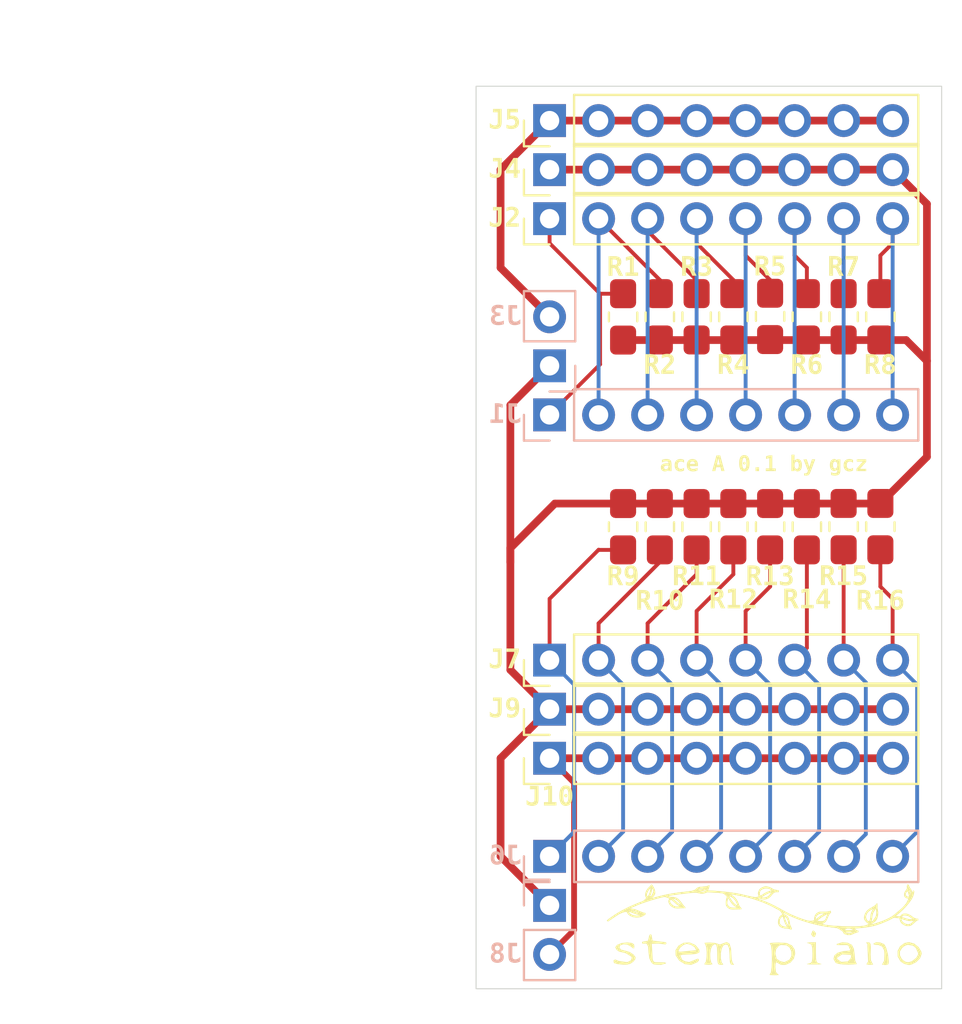
<source format=kicad_pcb>
(kicad_pcb (version 20240108) (generator "pcbnew") (generator_version "8.0")
  (layers (0 "F.Cu" signal) (31 "B.Cu" signal) (34 "B.Paste" user) (35 "F.Paste" user) (36 "B.SilkS" user "B.Silkscreen") (37 "F.SilkS" user "F.Silkscreen") (38 "B.Mask" user) (39 "F.Mask" user) (44 "Edge.Cuts" user))
  (net 0 "")
  (net 1 "Net-(J1-Pin_8)")
  (net 2 "Net-(J1-Pin_3)")
  (net 3 "Net-(J1-Pin_5)")
  (net 4 "Net-(J1-Pin_1)")
  (net 5 "Net-(J1-Pin_7)")
  (net 6 "Net-(J1-Pin_2)")
  (net 7 "Net-(J1-Pin_6)")
  (net 8 "Net-(J1-Pin_4)")
  (net 9 "Net-(J3-Pin_2)")
  (net 10 "Net-(J6-Pin_7)")
  (net 11 "Net-(J6-Pin_6)")
  (net 12 "Net-(J6-Pin_4)")
  (net 13 "Net-(J6-Pin_8)")
  (net 14 "Net-(J6-Pin_5)")
  (net 15 "Net-(J6-Pin_3)")
  (net 16 "Net-(J10-Pin_1)")
  (net 17 "Net-(J6-Pin_1)")
  (net 18 "Net-(J6-Pin_2)")
  (net 19 "GND")
  (footprint "stem_piano_footprints:R_0805_2012_1.20x1.40mm_medpad" (layer "F.Cu") (at 132.715 45.72 -90)
    (property "Reference" "R2" (at 2.54 0 180) (layer "F.SilkS") (effects (font (thickness 0.2) (bold yes))))
    (property "Value" "R" (hide yes))
    (pad "1" smd roundrect (at -1.2 0 270) (size 1.5 1.35) (layers "F.Cu" "F.Paste" "F.Mask") (roundrect_rratio 0.208) (net 6 "Net-(J1-Pin_2)"))
    (pad "2" smd roundrect (at 1.2 0 270) (size 1.5 1.35) (layers "F.Cu" "F.Paste" "F.Mask") (roundrect_rratio 0.208) (net 19 "GND"))
  )
  (footprint "stem_piano_footprints:R_0805_2012_1.20x1.40mm_medpad" (layer "F.Cu") (at 144.145 45.72 -90)
    (property "Reference" "R8" (at 2.54 0 180) (layer "F.SilkS") (effects (font (thickness 0.2) (bold yes))))
    (property "Value" "R" (hide yes))
    (pad "1" smd roundrect (at -1.2 0 270) (size 1.5 1.35) (layers "F.Cu" "F.Paste" "F.Mask") (roundrect_rratio 0.208) (net 1 "Net-(J1-Pin_8)"))
    (pad "2" smd roundrect (at 1.2 0 270) (size 1.5 1.35) (layers "F.Cu" "F.Paste" "F.Mask") (roundrect_rratio 0.208) (net 19 "GND"))
  )
  (footprint "stem_piano_footprints:R_0805_2012_1.20x1.40mm_medpad" (layer "F.Cu") (at 130.81 56.5912 90)
    (property "Reference" "R9" (at -2.61 0 0) (layer "F.SilkS") (effects (font (thickness 0.2) (bold yes))))
    (property "Value" "R" (hide yes))
    (pad "1" smd roundrect (at -1.2 0 90) (size 1.5 1.35) (layers "F.Cu" "F.Paste" "F.Mask") (roundrect_rratio 0.208) (net 17 "Net-(J6-Pin_1)"))
    (pad "2" smd roundrect (at 1.2 0 90) (size 1.5 1.35) (layers "F.Cu" "F.Paste" "F.Mask") (roundrect_rratio 0.208) (net 19 "GND"))
  )
  (footprint "stem_piano_footprints:R_0805_2012_1.20x1.40mm_medpad" (layer "F.Cu") (at 142.24 56.585 90)
    (property "Reference" "R15" (at -2.61 0 0) (layer "F.SilkS") (effects (font (thickness 0.2) (bold yes))))
    (property "Value" "R" (hide yes))
    (pad "1" smd roundrect (at -1.2 0 90) (size 1.5 1.35) (layers "F.Cu" "F.Paste" "F.Mask") (roundrect_rratio 0.208) (net 10 "Net-(J6-Pin_7)"))
    (pad "2" smd roundrect (at 1.2 0 90) (size 1.5 1.35) (layers "F.Cu" "F.Paste" "F.Mask") (roundrect_rratio 0.208) (net 19 "GND"))
  )
  (footprint "Connector_PinHeader_2.54mm:PinHeader_1x08_P2.54mm_Vertical" (layer "F.Cu") (at 127 66.04 90)
    (property "Reference" "J9" (at 0 -2.33 0) (layer "F.SilkS") (effects (font (thickness 0.2) (bold yes))))
    (property "Value" "Conn_01x08_Pin")
    (pad "1" thru_hole rect (at 0 0 90) (size 1.7 1.7) (drill 1) (layers "*.Cu" "*.Mask") (net 19 "GND"))
    (pad "2" thru_hole oval (at 0 2.54 90) (size 1.7 1.7) (drill 1) (layers "*.Cu" "*.Mask") (net 19 "GND"))
    (pad "3" thru_hole oval (at 0 5.08 90) (size 1.7 1.7) (drill 1) (layers "*.Cu" "*.Mask") (net 19 "GND"))
    (pad "4" thru_hole oval (at 0 7.62 90) (size 1.7 1.7) (drill 1) (layers "*.Cu" "*.Mask") (net 19 "GND"))
    (pad "5" thru_hole oval (at 0 10.16 90) (size 1.7 1.7) (drill 1) (layers "*.Cu" "*.Mask") (net 19 "GND"))
    (pad "6" thru_hole oval (at 0 12.7 90) (size 1.7 1.7) (drill 1) (layers "*.Cu" "*.Mask") (net 19 "GND"))
    (pad "7" thru_hole oval (at 0 15.24 90) (size 1.7 1.7) (drill 1) (layers "*.Cu" "*.Mask") (net 19 "GND"))
    (pad "8" thru_hole oval (at 0 17.78 90) (size 1.7 1.7) (drill 1) (layers "*.Cu" "*.Mask") (net 19 "GND"))
  )
  (footprint "stem_piano_footprints:R_0805_2012_1.20x1.40mm_medpad" (layer "F.Cu") (at 134.62 45.72 -90)
    (property "Reference" "R3" (at -2.54 0 180) (layer "F.SilkS") (effects (font (thickness 0.2) (bold yes))))
    (property "Value" "R" (hide yes))
    (pad "1" smd roundrect (at -1.2 0 270) (size 1.5 1.35) (layers "F.Cu" "F.Paste" "F.Mask") (roundrect_rratio 0.208) (net 2 "Net-(J1-Pin_3)"))
    (pad "2" smd roundrect (at 1.2 0 270) (size 1.5 1.35) (layers "F.Cu" "F.Paste" "F.Mask") (roundrect_rratio 0.208) (net 19 "GND"))
  )
  (footprint "stem_piano_footprints:R_0805_2012_1.20x1.40mm_medpad" (layer "F.Cu") (at 144.145 56.585 90)
    (property "Reference" "R16" (at -3.88 0 0) (layer "F.SilkS") (effects (font (thickness 0.2) (bold yes))))
    (property "Value" "R" (hide yes))
    (pad "1" smd roundrect (at -1.2 0 90) (size 1.5 1.35) (layers "F.Cu" "F.Paste" "F.Mask") (roundrect_rratio 0.208) (net 13 "Net-(J6-Pin_8)"))
    (pad "2" smd roundrect (at 1.2 0 90) (size 1.5 1.35) (layers "F.Cu" "F.Paste" "F.Mask") (roundrect_rratio 0.208) (net 19 "GND"))
  )
  (footprint "stem_piano_footprints:R_0805_2012_1.20x1.40mm_medpad" (layer "F.Cu") (at 142.24 45.72 -90)
    (property "Reference" "R7" (at -2.54 0 180) (layer "F.SilkS") (effects (font (thickness 0.2) (bold yes))))
    (property "Value" "R" (hide yes))
    (pad "1" smd roundrect (at -1.2 0 270) (size 1.5 1.35) (layers "F.Cu" "F.Paste" "F.Mask") (roundrect_rratio 0.208) (net 5 "Net-(J1-Pin_7)"))
    (pad "2" smd roundrect (at 1.2 0 270) (size 1.5 1.35) (layers "F.Cu" "F.Paste" "F.Mask") (roundrect_rratio 0.208) (net 19 "GND"))
  )
  (footprint "stem_piano_footprints:R_0805_2012_1.20x1.40mm_medpad" (layer "F.Cu") (at 132.715 56.5912 90)
    (property "Reference" "R10" (at -3.88 0 0) (layer "F.SilkS") (effects (font (thickness 0.2) (bold yes))))
    (property "Value" "R" (hide yes))
    (pad "1" smd roundrect (at -1.2 0 90) (size 1.5 1.35) (layers "F.Cu" "F.Paste" "F.Mask") (roundrect_rratio 0.208) (net 18 "Net-(J6-Pin_2)"))
    (pad "2" smd roundrect (at 1.2 0 90) (size 1.5 1.35) (layers "F.Cu" "F.Paste" "F.Mask") (roundrect_rratio 0.208) (net 19 "GND"))
  )
  (footprint "Connector_PinHeader_2.54mm:PinHeader_1x08_P2.54mm_Vertical" (layer "F.Cu") (at 127 68.58 90)
    (property "Reference" "J10" (at -2.032 0 0) (layer "F.SilkS") (effects (font (thickness 0.2) (bold yes))))
    (property "Value" "Conn_01x08_Pin")
    (pad "1" thru_hole rect (at 0 0 90) (size 1.7 1.7) (drill 1) (layers "*.Cu" "*.Mask") (net 16 "Net-(J10-Pin_1)"))
    (pad "2" thru_hole oval (at 0 2.54 90) (size 1.7 1.7) (drill 1) (layers "*.Cu" "*.Mask") (net 16 "Net-(J10-Pin_1)"))
    (pad "3" thru_hole oval (at 0 5.08 90) (size 1.7 1.7) (drill 1) (layers "*.Cu" "*.Mask") (net 16 "Net-(J10-Pin_1)"))
    (pad "4" thru_hole oval (at 0 7.62 90) (size 1.7 1.7) (drill 1) (layers "*.Cu" "*.Mask") (net 16 "Net-(J10-Pin_1)"))
    (pad "5" thru_hole oval (at 0 10.16 90) (size 1.7 1.7) (drill 1) (layers "*.Cu" "*.Mask") (net 16 "Net-(J10-Pin_1)"))
    (pad "6" thru_hole oval (at 0 12.7 90) (size 1.7 1.7) (drill 1) (layers "*.Cu" "*.Mask") (net 16 "Net-(J10-Pin_1)"))
    (pad "7" thru_hole oval (at 0 15.24 90) (size 1.7 1.7) (drill 1) (layers "*.Cu" "*.Mask") (net 16 "Net-(J10-Pin_1)"))
    (pad "8" thru_hole oval (at 0 17.78 90) (size 1.7 1.7) (drill 1) (layers "*.Cu" "*.Mask") (net 16 "Net-(J10-Pin_1)"))
  )
  (footprint "Connector_PinHeader_2.54mm:PinHeader_1x08_P2.54mm_Vertical" (layer "F.Cu") (at 127 40.64 90)
    (property "Reference" "J2" (at 0 -2.33 0) (layer "F.SilkS") (effects (font (thickness 0.2) (bold yes))))
    (property "Value" "Conn_01x08_Pin")
    (pad "1" thru_hole rect (at 0 0 90) (size 1.7 1.7) (drill 1) (layers "*.Cu" "*.Mask") (net 4 "Net-(J1-Pin_1)"))
    (pad "2" thru_hole oval (at 0 2.54 90) (size 1.7 1.7) (drill 1) (layers "*.Cu" "*.Mask") (net 6 "Net-(J1-Pin_2)"))
    (pad "3" thru_hole oval (at 0 5.08 90) (size 1.7 1.7) (drill 1) (layers "*.Cu" "*.Mask") (net 2 "Net-(J1-Pin_3)"))
    (pad "4" thru_hole oval (at 0 7.62 90) (size 1.7 1.7) (drill 1) (layers "*.Cu" "*.Mask") (net 8 "Net-(J1-Pin_4)"))
    (pad "5" thru_hole oval (at 0 10.16 90) (size 1.7 1.7) (drill 1) (layers "*.Cu" "*.Mask") (net 3 "Net-(J1-Pin_5)"))
    (pad "6" thru_hole oval (at 0 12.7 90) (size 1.7 1.7) (drill 1) (layers "*.Cu" "*.Mask") (net 7 "Net-(J1-Pin_6)"))
    (pad "7" thru_hole oval (at 0 15.24 90) (size 1.7 1.7) (drill 1) (layers "*.Cu" "*.Mask") (net 5 "Net-(J1-Pin_7)"))
    (pad "8" thru_hole oval (at 0 17.78 90) (size 1.7 1.7) (drill 1) (layers "*.Cu" "*.Mask") (net 1 "Net-(J1-Pin_8)"))
  )
  (footprint "stem_piano_footprints:stem_branch_07_inch" (layer "F.Cu") (at 137.922 76.454)
    (property "Reference" "G***" (hide yes))
    (property "Value" "LOGO" (hide yes))
  )
  (footprint "stem_piano_footprints:R_0805_2012_1.20x1.40mm_medpad" (layer "F.Cu") (at 134.62 56.5912 90)
    (property "Reference" "R11" (at -2.61 0 0) (layer "F.SilkS") (effects (font (thickness 0.2) (bold yes))))
    (property "Value" "R" (hide yes))
    (pad "1" smd roundrect (at -1.2 0 90) (size 1.5 1.35) (layers "F.Cu" "F.Paste" "F.Mask") (roundrect_rratio 0.208) (net 15 "Net-(J6-Pin_3)"))
    (pad "2" smd roundrect (at 1.2 0 90) (size 1.5 1.35) (layers "F.Cu" "F.Paste" "F.Mask") (roundrect_rratio 0.208) (net 19 "GND"))
  )
  (footprint "stem_piano_footprints:stem_name_07_inch" (layer "F.Cu") (at 138.43 78.74)
    (property "Reference" "G***" (hide yes))
    (property "Value" "LOGO" (hide yes))
  )
  (footprint "stem_piano_footprints:R_0805_2012_1.20x1.40mm_medpad" (layer "F.Cu") (at 130.81 45.7262 -90)
    (property "Reference" "R1" (at -2.54 0 180) (layer "F.SilkS") (effects (font (thickness 0.2) (bold yes))))
    (property "Value" "R" (hide yes))
    (pad "1" smd roundrect (at -1.2 0 270) (size 1.5 1.35) (layers "F.Cu" "F.Paste" "F.Mask") (roundrect_rratio 0.208) (net 4 "Net-(J1-Pin_1)"))
    (pad "2" smd roundrect (at 1.2 0 270) (size 1.5 1.35) (layers "F.Cu" "F.Paste" "F.Mask") (roundrect_rratio 0.208) (net 19 "GND"))
  )
  (footprint "Connector_PinHeader_2.54mm:PinHeader_1x08_P2.54mm_Vertical" (layer "F.Cu") (at 127 63.5 90)
    (property "Reference" "J7" (at 0 -2.33 0) (layer "F.SilkS") (effects (font (thickness 0.2) (bold yes))))
    (property "Value" "Conn_01x08_Pin")
    (pad "1" thru_hole rect (at 0 0 90) (size 1.7 1.7) (drill 1) (layers "*.Cu" "*.Mask") (net 17 "Net-(J6-Pin_1)"))
    (pad "2" thru_hole oval (at 0 2.54 90) (size 1.7 1.7) (drill 1) (layers "*.Cu" "*.Mask") (net 18 "Net-(J6-Pin_2)"))
    (pad "3" thru_hole oval (at 0 5.08 90) (size 1.7 1.7) (drill 1) (layers "*.Cu" "*.Mask") (net 15 "Net-(J6-Pin_3)"))
    (pad "4" thru_hole oval (at 0 7.62 90) (size 1.7 1.7) (drill 1) (layers "*.Cu" "*.Mask") (net 12 "Net-(J6-Pin_4)"))
    (pad "5" thru_hole oval (at 0 10.16 90) (size 1.7 1.7) (drill 1) (layers "*.Cu" "*.Mask") (net 14 "Net-(J6-Pin_5)"))
    (pad "6" thru_hole oval (at 0 12.7 90) (size 1.7 1.7) (drill 1) (layers "*.Cu" "*.Mask") (net 11 "Net-(J6-Pin_6)"))
    (pad "7" thru_hole oval (at 0 15.24 90) (size 1.7 1.7) (drill 1) (layers "*.Cu" "*.Mask") (net 10 "Net-(J6-Pin_7)"))
    (pad "8" thru_hole oval (at 0 17.78 90) (size 1.7 1.7) (drill 1) (layers "*.Cu" "*.Mask") (net 13 "Net-(J6-Pin_8)"))
  )
  (footprint "stem_piano_footprints:R_0805_2012_1.20x1.40mm_medpad" (layer "F.Cu") (at 136.525 45.72 -90)
    (property "Reference" "R4" (at 2.54 0 180) (layer "F.SilkS") (effects (font (thickness 0.2) (bold yes))))
    (property "Value" "R" (hide yes))
    (pad "1" smd roundrect (at -1.2 0 270) (size 1.5 1.35) (layers "F.Cu" "F.Paste" "F.Mask") (roundrect_rratio 0.208) (net 8 "Net-(J1-Pin_4)"))
    (pad "2" smd roundrect (at 1.2 0 270) (size 1.5 1.35) (layers "F.Cu" "F.Paste" "F.Mask") (roundrect_rratio 0.208) (net 19 "GND"))
  )
  (footprint "Connector_PinHeader_2.54mm:PinHeader_1x08_P2.54mm_Vertical" (layer "F.Cu") (at 127 35.56 90)
    (property "Reference" "J5" (at 0 -2.33 0) (layer "F.SilkS") (effects (font (thickness 0.2) (bold yes))))
    (property "Value" "Conn_01x08_Pin")
    (pad "1" thru_hole rect (at 0 0 90) (size 1.7 1.7) (drill 1) (layers "*.Cu" "*.Mask") (net 9 "Net-(J3-Pin_2)"))
    (pad "2" thru_hole oval (at 0 2.54 90) (size 1.7 1.7) (drill 1) (layers "*.Cu" "*.Mask") (net 9 "Net-(J3-Pin_2)"))
    (pad "3" thru_hole oval (at 0 5.08 90) (size 1.7 1.7) (drill 1) (layers "*.Cu" "*.Mask") (net 9 "Net-(J3-Pin_2)"))
    (pad "4" thru_hole oval (at 0 7.62 90) (size 1.7 1.7) (drill 1) (layers "*.Cu" "*.Mask") (net 9 "Net-(J3-Pin_2)"))
    (pad "5" thru_hole oval (at 0 10.16 90) (size 1.7 1.7) (drill 1) (layers "*.Cu" "*.Mask") (net 9 "Net-(J3-Pin_2)"))
    (pad "6" thru_hole oval (at 0 12.7 90) (size 1.7 1.7) (drill 1) (layers "*.Cu" "*.Mask") (net 9 "Net-(J3-Pin_2)"))
    (pad "7" thru_hole oval (at 0 15.24 90) (size 1.7 1.7) (drill 1) (layers "*.Cu" "*.Mask") (net 9 "Net-(J3-Pin_2)"))
    (pad "8" thru_hole oval (at 0 17.78 90) (size 1.7 1.7) (drill 1) (layers "*.Cu" "*.Mask") (net 9 "Net-(J3-Pin_2)"))
  )
  (footprint "stem_piano_footprints:R_0805_2012_1.20x1.40mm_medpad" (layer "F.Cu") (at 138.43 45.7008 -90)
    (property "Reference" "R5" (at -2.54 0 180) (layer "F.SilkS") (effects (font (thickness 0.2) (bold yes))))
    (property "Value" "R" (hide yes))
    (pad "1" smd roundrect (at -1.2 0 270) (size 1.5 1.35) (layers "F.Cu" "F.Paste" "F.Mask") (roundrect_rratio 0.208) (net 3 "Net-(J1-Pin_5)"))
    (pad "2" smd roundrect (at 1.2 0 270) (size 1.5 1.35) (layers "F.Cu" "F.Paste" "F.Mask") (roundrect_rratio 0.208) (net 19 "GND"))
  )
  (footprint "Connector_PinHeader_2.54mm:PinHeader_1x08_P2.54mm_Vertical" (layer "F.Cu") (at 127 38.1 90)
    (property "Reference" "J4" (at 0 -2.33 0) (layer "F.SilkS") (effects (font (thickness 0.2) (bold yes))))
    (property "Value" "Conn_01x08_Pin")
    (pad "1" thru_hole rect (at 0 0 90) (size 1.7 1.7) (drill 1) (layers "*.Cu" "*.Mask") (net 19 "GND"))
    (pad "2" thru_hole oval (at 0 2.54 90) (size 1.7 1.7) (drill 1) (layers "*.Cu" "*.Mask") (net 19 "GND"))
    (pad "3" thru_hole oval (at 0 5.08 90) (size 1.7 1.7) (drill 1) (layers "*.Cu" "*.Mask") (net 19 "GND"))
    (pad "4" thru_hole oval (at 0 7.62 90) (size 1.7 1.7) (drill 1) (layers "*.Cu" "*.Mask") (net 19 "GND"))
    (pad "5" thru_hole oval (at 0 10.16 90) (size 1.7 1.7) (drill 1) (layers "*.Cu" "*.Mask") (net 19 "GND"))
    (pad "6" thru_hole oval (at 0 12.7 90) (size 1.7 1.7) (drill 1) (layers "*.Cu" "*.Mask") (net 19 "GND"))
    (pad "7" thru_hole oval (at 0 15.24 90) (size 1.7 1.7) (drill 1) (layers "*.Cu" "*.Mask") (net 19 "GND"))
    (pad "8" thru_hole oval (at 0 17.78 90) (size 1.7 1.7) (drill 1) (layers "*.Cu" "*.Mask") (net 19 "GND"))
  )
  (footprint "stem_piano_footprints:R_0805_2012_1.20x1.40mm_medpad" (layer "F.Cu") (at 136.525 56.5912 90)
    (property "Reference" "R12" (at -3.81 0 0) (layer "F.SilkS") (effects (font (thickness 0.2) (bold yes))))
    (property "Value" "R" (hide yes))
    (pad "1" smd roundrect (at -1.2 0 90) (size 1.5 1.35) (layers "F.Cu" "F.Paste" "F.Mask") (roundrect_rratio 0.208) (net 12 "Net-(J6-Pin_4)"))
    (pad "2" smd roundrect (at 1.2 0 90) (size 1.5 1.35) (layers "F.Cu" "F.Paste" "F.Mask") (roundrect_rratio 0.208) (net 19 "GND"))
  )
  (footprint "stem_piano_footprints:R_0805_2012_1.20x1.40mm_medpad" (layer "F.Cu") (at 140.335 56.5912 90)
    (property "Reference" "R14" (at -3.81 0 0) (layer "F.SilkS") (effects (font (thickness 0.2) (bold yes))))
    (property "Value" "R" (hide yes))
    (pad "1" smd roundrect (at -1.2 0 90) (size 1.5 1.35) (layers "F.Cu" "F.Paste" "F.Mask") (roundrect_rratio 0.208) (net 11 "Net-(J6-Pin_6)"))
    (pad "2" smd roundrect (at 1.2 0 90) (size 1.5 1.35) (layers "F.Cu" "F.Paste" "F.Mask") (roundrect_rratio 0.208) (net 19 "GND"))
  )
  (footprint "stem_piano_footprints:R_0805_2012_1.20x1.40mm_medpad" (layer "F.Cu") (at 140.335 45.72 -90)
    (property "Reference" "R6" (at 2.54 0 180) (layer "F.SilkS") (effects (font (thickness 0.2) (bold yes))))
    (property "Value" "R" (hide yes))
    (pad "1" smd roundrect (at -1.2 0 270) (size 1.5 1.35) (layers "F.Cu" "F.Paste" "F.Mask") (roundrect_rratio 0.208) (net 7 "Net-(J1-Pin_6)"))
    (pad "2" smd roundrect (at 1.2 0 270) (size 1.5 1.35) (layers "F.Cu" "F.Paste" "F.Mask") (roundrect_rratio 0.208) (net 19 "GND"))
  )
  (footprint "stem_piano_footprints:R_0805_2012_1.20x1.40mm_medpad" (layer "F.Cu") (at 138.43 56.5912 90)
    (property "Reference" "R13" (at -2.61 0 0) (layer "F.SilkS") (effects (font (thickness 0.2) (bold yes))))
    (property "Value" "R" (hide yes))
    (pad "1" smd roundrect (at -1.2 0 90) (size 1.5 1.35) (layers "F.Cu" "F.Paste" "F.Mask") (roundrect_rratio 0.208) (net 14 "Net-(J6-Pin_5)"))
    (pad "2" smd roundrect (at 1.2 0 90) (size 1.5 1.35) (layers "F.Cu" "F.Paste" "F.Mask") (roundrect_rratio 0.208) (net 19 "GND"))
  )
  (footprint "Connector_PinSocket_2.54mm:PinSocket_1x08_P2.54mm_Vertical" (layer "B.Cu") (at 127 73.66 -90)
    (property "Reference" "J6" (at 0 2.286 360) (layer "B.SilkS") (effects (font (thickness 0.2) (bold yes)) (justify mirror)))
    (property "Value" "Conn_01x08_Socket")
    (pad "1" thru_hole rect (at 0 0 270) (size 1.7 1.7) (drill 1) (layers "*.Cu" "*.Mask") (net 17 "Net-(J6-Pin_1)"))
    (pad "2" thru_hole oval (at 0 -2.54 270) (size 1.7 1.7) (drill 1) (layers "*.Cu" "*.Mask") (net 18 "Net-(J6-Pin_2)"))
    (pad "3" thru_hole oval (at 0 -5.08 270) (size 1.7 1.7) (drill 1) (layers "*.Cu" "*.Mask") (net 15 "Net-(J6-Pin_3)"))
    (pad "4" thru_hole oval (at 0 -7.62 270) (size 1.7 1.7) (drill 1) (layers "*.Cu" "*.Mask") (net 12 "Net-(J6-Pin_4)"))
    (pad "5" thru_hole oval (at 0 -10.16 270) (size 1.7 1.7) (drill 1) (layers "*.Cu" "*.Mask") (net 14 "Net-(J6-Pin_5)"))
    (pad "6" thru_hole oval (at 0 -12.7 270) (size 1.7 1.7) (drill 1) (layers "*.Cu" "*.Mask") (net 11 "Net-(J6-Pin_6)"))
    (pad "7" thru_hole oval (at 0 -15.24 270) (size 1.7 1.7) (drill 1) (layers "*.Cu" "*.Mask") (net 10 "Net-(J6-Pin_7)"))
    (pad "8" thru_hole oval (at 0 -17.78 270) (size 1.7 1.7) (drill 1) (layers "*.Cu" "*.Mask") (net 13 "Net-(J6-Pin_8)"))
  )
  (footprint "Connector_PinSocket_2.54mm:PinSocket_1x08_P2.54mm_Vertical" (layer "B.Cu") (at 127 50.8 -90)
    (property "Reference" "J1" (at 0 2.286 360) (layer "B.SilkS") (effects (font (thickness 0.2) (bold yes)) (justify mirror)))
    (property "Value" "Conn_01x08_Socket")
    (pad "1" thru_hole rect (at 0 0 270) (size 1.7 1.7) (drill 1) (layers "*.Cu" "*.Mask") (net 4 "Net-(J1-Pin_1)"))
    (pad "2" thru_hole oval (at 0 -2.54 270) (size 1.7 1.7) (drill 1) (layers "*.Cu" "*.Mask") (net 6 "Net-(J1-Pin_2)"))
    (pad "3" thru_hole oval (at 0 -5.08 270) (size 1.7 1.7) (drill 1) (layers "*.Cu" "*.Mask") (net 2 "Net-(J1-Pin_3)"))
    (pad "4" thru_hole oval (at 0 -7.62 270) (size 1.7 1.7) (drill 1) (layers "*.Cu" "*.Mask") (net 8 "Net-(J1-Pin_4)"))
    (pad "5" thru_hole oval (at 0 -10.16 270) (size 1.7 1.7) (drill 1) (layers "*.Cu" "*.Mask") (net 3 "Net-(J1-Pin_5)"))
    (pad "6" thru_hole oval (at 0 -12.7 270) (size 1.7 1.7) (drill 1) (layers "*.Cu" "*.Mask") (net 7 "Net-(J1-Pin_6)"))
    (pad "7" thru_hole oval (at 0 -15.24 270) (size 1.7 1.7) (drill 1) (layers "*.Cu" "*.Mask") (net 5 "Net-(J1-Pin_7)"))
    (pad "8" thru_hole oval (at 0 -17.78 270) (size 1.7 1.7) (drill 1) (layers "*.Cu" "*.Mask") (net 1 "Net-(J1-Pin_8)"))
  )
  (footprint "Connector_PinSocket_2.54mm:PinSocket_1x02_P2.54mm_Vertical" (layer "B.Cu") (at 127 76.2 180)
    (property "Reference" "J8" (at 2.286 -2.54 0) (layer "B.SilkS") (effects (font (thickness 0.2) (bold yes)) (justify mirror)))
    (property "Value" "Conn_01x02_Socket")
    (pad "1" thru_hole rect (at 0 0 180) (size 1.7 1.7) (drill 1) (layers "*.Cu" "*.Mask") (net 19 "GND"))
    (pad "2" thru_hole oval (at 0 -2.54 180) (size 1.7 1.7) (drill 1) (layers "*.Cu" "*.Mask") (net 16 "Net-(J10-Pin_1)"))
  )
  (footprint "Connector_PinSocket_2.54mm:PinSocket_1x02_P2.54mm_Vertical" (layer "B.Cu") (at 127 48.26)
    (property "Reference" "J3" (at -2.286 -2.54 360) (layer "B.SilkS") (effects (font (thickness 0.2) (bold yes)) (justify mirror)))
    (property "Value" "Conn_01x02_Socket")
    (pad "1" thru_hole rect (at 0 0) (size 1.7 1.7) (drill 1) (layers "*.Cu" "*.Mask") (net 19 "GND"))
    (pad "2" thru_hole oval (at 0 -2.54) (size 1.7 1.7) (drill 1) (layers "*.Cu" "*.Mask") (net 9 "Net-(J3-Pin_2)"))
  )
  (gr_rect (start 123.19 33.782) (end 147.32 80.518) (stroke (width 0.05)) (fill none) (layer "Edge.Cuts"))
  (gr_text "ace A 0.1 by gcz" (at 132.715 53.848 0) (layer "F.SilkS") (effects (font (size 0.8 0.8) (thickness 0.125) (bold yes)) (justify left bottom)))
  (segment (start 144.78 41.91) (end 144.78 40.64) (width 0.2) (layer "F.Cu") (net 1))
  (segment (start 144.145 44.52) (end 144.145 42.545) (width 0.2) (layer "F.Cu") (net 1))
  (segment (start 144.145 42.545) (end 144.78 41.91) (width 0.2) (layer "F.Cu") (net 1))
  (segment (start 144.78 50.8) (end 144.78 40.64) (width 0.2) (layer "B.Cu") (net 1))
  (segment (start 134.62 43.815) (end 132.08 41.275) (width 0.2) (layer "F.Cu") (net 2))
  (segment (start 134.62 44.52) (end 134.62 43.815) (width 0.2) (layer "F.Cu") (net 2))
  (segment (start 132.08 41.275) (end 132.08 40.64) (width 0.2) (layer "F.Cu") (net 2))
  (segment (start 132.08 50.8) (end 132.08 40.64) (width 0.2) (layer "B.Cu") (net 2))
  (segment (start 137.16 42.545) (end 137.16 40.64) (width 0.2) (layer "F.Cu") (net 3))
  (segment (start 138.43 44.5008) (end 138.43 43.815) (width 0.2) (layer "F.Cu") (net 3))
  (segment (start 138.43 43.815) (end 137.16 42.545) (width 0.2) (layer "F.Cu") (net 3))
  (segment (start 137.16 40.64) (end 137.16 50.8) (width 0.2) (layer "B.Cu") (net 3))
  (segment (start 130.81 44.5262) (end 129.6162 44.5262) (width 0.2) (layer "F.Cu") (net 4))
  (segment (start 127 50.8) (end 129.6162 48.1838) (width 0.2) (layer "F.Cu") (net 4))
  (segment (start 127 41.91) (end 127 40.64) (width 0.2) (layer "F.Cu") (net 4))
  (segment (start 129.6162 48.1838) (end 129.6162 44.5262) (width 0.2) (layer "F.Cu") (net 4))
  (segment (start 129.6162 44.5262) (end 127 41.91) (width 0.2) (layer "F.Cu") (net 4))
  (segment (start 142.24 44.52) (end 142.24 40.64) (width 0.2) (layer "F.Cu") (net 5))
  (segment (start 142.24 50.8) (end 142.24 40.64) (width 0.2) (layer "B.Cu") (net 5))
  (segment (start 132.715 44.52) (end 132.715 43.815) (width 0.2) (layer "F.Cu") (net 6))
  (segment (start 132.715 43.815) (end 129.54 40.64) (width 0.2) (layer "F.Cu") (net 6))
  (segment (start 129.54 40.64) (end 129.54 50.8) (width 0.2) (layer "B.Cu") (net 6))
  (segment (start 139.7 42.545) (end 139.7 40.64) (width 0.2) (layer "F.Cu") (net 7))
  (segment (start 140.335 44.52) (end 140.335 43.18) (width 0.2) (layer "F.Cu") (net 7))
  (segment (start 140.335 43.18) (end 139.7 42.545) (width 0.2) (layer "F.Cu") (net 7))
  (segment (start 139.7 50.8) (end 139.7 40.64) (width 0.2) (layer "B.Cu") (net 7))
  (segment (start 136.525 44.52) (end 136.525 43.815) (width 0.2) (layer "F.Cu") (net 8))
  (segment (start 134.62 41.91) (end 134.62 40.64) (width 0.2) (layer "F.Cu") (net 8))
  (segment (start 136.525 43.815) (end 134.62 41.91) (width 0.2) (layer "F.Cu") (net 8))
  (segment (start 134.62 40.64) (end 134.62 50.8) (width 0.2) (layer "B.Cu") (net 8))
  (segment (start 127 45.72) (end 124.46 43.18) (width 0.4) (layer "F.Cu") (net 9))
  (segment (start 124.46 38.1) (end 127 35.56) (width 0.4) (layer "F.Cu") (net 9))
  (segment (start 124.46 43.18) (end 124.46 38.1) (width 0.4) (layer "F.Cu") (net 9))
  (segment (start 127 35.56) (end 144.78 35.56) (width 0.4) (layer "F.Cu") (net 9))
  (segment (start 142.24 57.785) (end 142.24 63.5) (width 0.2) (layer "F.Cu") (net 10))
  (segment (start 143.39 64.65) (end 143.39 72.51) (width 0.2) (layer "B.Cu") (net 10))
  (segment (start 143.39 72.51) (end 142.24 73.66) (width 0.2) (layer "B.Cu") (net 10))
  (segment (start 142.24 63.5) (end 143.39 64.65) (width 0.2) (layer "B.Cu") (net 10))
  (segment (start 140.335 62.865) (end 139.7 63.5) (width 0.2) (layer "F.Cu") (net 11))
  (segment (start 140.335 57.7912) (end 140.335 62.865) (width 0.2) (layer "F.Cu") (net 11))
  (segment (start 140.97 64.77) (end 140.97 72.39) (width 0.2) (layer "B.Cu") (net 11))
  (segment (start 139.7 63.5) (end 140.97 64.77) (width 0.2) (layer "B.Cu") (net 11))
  (segment (start 140.97 72.39) (end 139.7 73.66) (width 0.2) (layer "B.Cu") (net 11))
  (segment (start 136.525 59.055) (end 134.62 60.96) (width 0.2) (layer "F.Cu") (net 12))
  (segment (start 134.62 60.96) (end 134.62 63.5) (width 0.2) (layer "F.Cu") (net 12))
  (segment (start 136.525 57.7912) (end 136.525 59.055) (width 0.2) (layer "F.Cu") (net 12))
  (segment (start 135.89 72.39) (end 134.62 73.66) (width 0.2) (layer "B.Cu") (net 12))
  (segment (start 135.89 64.77) (end 135.89 72.39) (width 0.2) (layer "B.Cu") (net 12))
  (segment (start 134.62 63.5) (end 135.89 64.77) (width 0.2) (layer "B.Cu") (net 12))
  (segment (start 144.145 59.69) (end 144.78 60.325) (width 0.2) (layer "F.Cu") (net 13))
  (segment (start 144.145 57.785) (end 144.145 59.69) (width 0.2) (layer "F.Cu") (net 13))
  (segment (start 144.78 60.325) (end 144.78 63.5) (width 0.2) (layer "F.Cu") (net 13))
  (segment (start 146.05 64.77) (end 146.05 72.39) (width 0.2) (layer "B.Cu") (net 13))
  (segment (start 146.05 72.39) (end 144.78 73.66) (width 0.2) (layer "B.Cu") (net 13))
  (segment (start 144.78 63.5) (end 146.05 64.77) (width 0.2) (layer "B.Cu") (net 13))
  (segment (start 138.43 57.7912) (end 138.43 59.69) (width 0.2) (layer "F.Cu") (net 14))
  (segment (start 137.16 60.96) (end 137.16 63.5) (width 0.2) (layer "F.Cu") (net 14))
  (segment (start 138.43 59.69) (end 137.16 60.96) (width 0.2) (layer "F.Cu") (net 14))
  (segment (start 138.43 72.39) (end 137.16 73.66) (width 0.2) (layer "B.Cu") (net 14))
  (segment (start 137.16 63.5) (end 138.43 64.77) (width 0.2) (layer "B.Cu") (net 14))
  (segment (start 138.43 64.77) (end 138.43 72.39) (width 0.2) (layer "B.Cu") (net 14))
  (segment (start 132.08 61.595) (end 132.08 63.5) (width 0.2) (layer "F.Cu") (net 15))
  (segment (start 134.62 59.055) (end 132.08 61.595) (width 0.2) (layer "F.Cu") (net 15))
  (segment (start 134.62 57.7912) (end 134.62 59.055) (width 0.2) (layer "F.Cu") (net 15))
  (segment (start 133.35 64.77) (end 133.35 72.39) (width 0.2) (layer "B.Cu") (net 15))
  (segment (start 133.35 72.39) (end 132.08 73.66) (width 0.2) (layer "B.Cu") (net 15))
  (segment (start 132.08 63.5) (end 133.35 64.77) (width 0.2) (layer "B.Cu") (net 15))
  (segment (start 127 78.74) (end 128.27 77.47) (width 0.3) (layer "F.Cu") (net 16))
  (segment (start 128.27 77.47) (end 128.27 69.85) (width 0.3) (layer "F.Cu") (net 16))
  (segment (start 127 68.58) (end 144.78 68.58) (width 0.4) (layer "F.Cu") (net 16))
  (segment (start 128.27 69.85) (end 127 68.58) (width 0.3) (layer "F.Cu") (net 16))
  (segment (start 129.5462 57.7912) (end 129.54 57.785) (width 0.2) (layer "F.Cu") (net 17))
  (segment (start 130.81 57.7912) (end 129.5462 57.7912) (width 0.2) (layer "F.Cu") (net 17))
  (segment (start 129.54 57.785) (end 127 60.325) (width 0.2) (layer "F.Cu") (net 17))
  (segment (start 127 60.325) (end 127 63.5) (width 0.2) (layer "F.Cu") (net 17))
  (segment (start 127 63.5) (end 128.27 64.77) (width 0.2) (layer "B.Cu") (net 17))
  (segment (start 128.27 72.39) (end 127 73.66) (width 0.2) (layer "B.Cu") (net 17))
  (segment (start 128.27 64.77) (end 128.27 72.39) (width 0.2) (layer "B.Cu") (net 17))
  (segment (start 132.715 58.42) (end 129.54 61.595) (width 0.2) (layer "F.Cu") (net 18))
  (segment (start 132.715 57.7912) (end 132.715 58.42) (width 0.2) (layer "F.Cu") (net 18))
  (segment (start 129.54 61.595) (end 129.54 63.5) (width 0.2) (layer "F.Cu") (net 18))
  (segment (start 129.54 63.5) (end 130.81 64.77) (width 0.2) (layer "B.Cu") (net 18))
  (segment (start 130.81 64.77) (end 130.81 72.39) (width 0.2) (layer "B.Cu") (net 18))
  (segment (start 130.81 72.39) (end 129.54 73.66) (width 0.2) (layer "B.Cu") (net 18))
  (segment (start 124.968 50.292) (end 127 48.26) (width 0.4) (layer "F.Cu") (net 19))
  (segment (start 146.558 52.972) (end 144.145 55.385) (width 0.4) (layer "F.Cu") (net 19))
  (segment (start 144.005 55.385) (end 143.9988 55.3912) (width 0.4) (layer "F.Cu") (net 19))
  (segment (start 124.968 64.008) (end 124.968 58.42) (width 0.4) (layer "F.Cu") (net 19))
  (segment (start 127 66.04) (end 124.968 64.008) (width 0.4) (layer "F.Cu") (net 19))
  (segment (start 124.968 58.42) (end 124.968 50.292) (width 0.4) (layer "F.Cu") (net 19))
  (segment (start 144.145 55.385) (end 144.005 55.385) (width 0.4) (layer "F.Cu") (net 19))
  (segment (start 143.9988 55.3912) (end 130.81 55.3912) (width 0.4) (layer "F.Cu") (net 19))
  (segment (start 124.968 58.42) (end 124.968 57.6964) (width 0.4) (layer "F.Cu") (net 19))
  (segment (start 145.4782 46.9262) (end 146.558 48.006) (width 0.4) (layer "F.Cu") (net 19))
  (segment (start 124.968 57.6964) (end 127.2732 55.3912) (width 0.4) (layer "F.Cu") (net 19))
  (segment (start 146.558 48.006) (end 146.558 52.972) (width 0.4) (layer "F.Cu") (net 19))
  (segment (start 124.46 68.58) (end 124.46 73.66) (width 0.4) (layer "F.Cu") (net 19))
  (segment (start 127 38.1) (end 144.78 38.1) (width 0.4) (layer "F.Cu") (net 19))
  (segment (start 130.81 46.9262) (end 145.4782 46.9262) (width 0.4) (layer "F.Cu") (net 19))
  (segment (start 127 66.04) (end 144.78 66.04) (width 0.4) (layer "F.Cu") (net 19))
  (segment (start 146.558 48.006) (end 146.558 39.878) (width 0.4) (layer "F.Cu") (net 19))
  (segment (start 124.46 73.66) (end 127 76.2) (width 0.4) (layer "F.Cu") (net 19))
  (segment (start 130.81 55.3912) (end 127.2732 55.3912) (width 0.4) (layer "F.Cu") (net 19))
  (segment (start 146.558 39.878) (end 144.78 38.1) (width 0.4) (layer "F.Cu") (net 19))
  (segment (start 124.46 68.58) (end 127 66.04) (width 0.4) (layer "F.Cu") (net 19))
)
</source>
